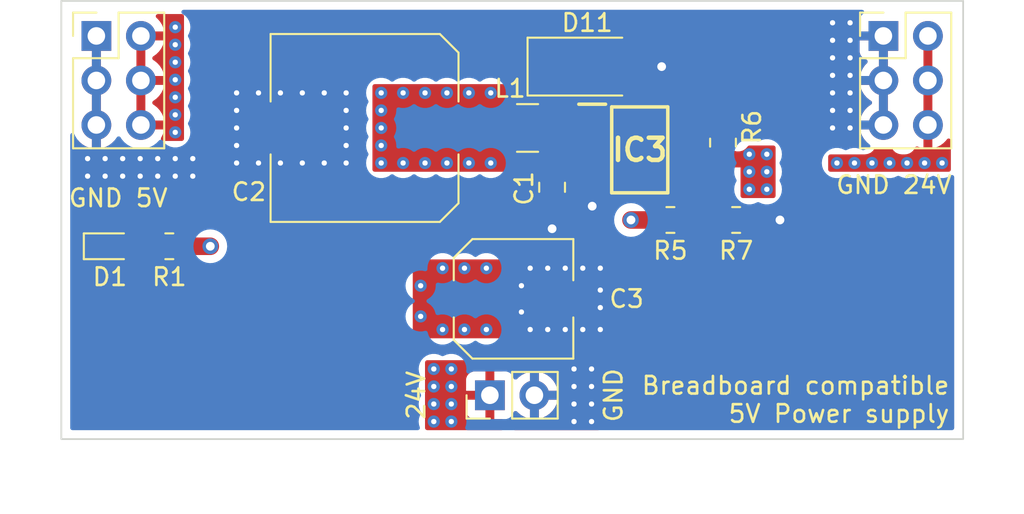
<source format=kicad_pcb>
(kicad_pcb (version 20211014) (generator pcbnew)
  (layers (0 "F.Cu" signal) (1 "In1.Cu" signal) (2 "In2.Cu" signal) (31 "B.Cu" signal) (34 "B.Paste" user) (35 "F.Paste" user) (36 "B.SilkS" user "B.Silkscreen") (37 "F.SilkS" user "F.Silkscreen") (38 "B.Mask" user) (39 "F.Mask" user) (44 "Edge.Cuts" user))
  (net 0 "")
  (net 1 "5V")
  (net 2 "GND")
  (net 3 "24V")
  (net 4 "Net-(C1-Pad1)")
  (net 5 "Net-(D1-Pad2)")
  (net 6 "/SWE")
  (net 7 "Net-(IC3-Pad1)")
  (net 8 "Net-(IC3-Pad5)")
  (footprint "LED_SMD:LED_0603_1608Metric" (layer "F.Cu") (at 60.77 132)
    (fp_text reference "D1" (at 0 1.75) (layer "F.SilkS"))
    (fp_text value "LED Blue")
    (fp_line (start -1.485 -0.735) (end -1.485 0.735) (layer "F.SilkS") (width 0.12))
    (fp_line (start -1.485 0.735) (end 0.8 0.735) (layer "F.SilkS") (width 0.12))
    (fp_line (start 0.8 -0.735) (end -1.485 -0.735) (layer "F.SilkS") (width 0.12))
    (pad "1" smd roundrect (at -0.7875 0) (size 0.875 0.95) (layers "F.Cu" "F.Paste" "F.Mask") (net 2 "GND"))
    (pad "2" smd roundrect (at 0.7875 0) (size 0.875 0.95) (layers "F.Cu" "F.Paste" "F.Mask") (net 5 "Net-(D1-Pad2)"))
  )
  (footprint "Capacitor_SMD:CP_Elec_10x10.5" (layer "F.Cu") (at 75.3 125.25 180)
    (fp_text reference "C2" (at 6.6 -3.65) (layer "F.SilkS"))
    (fp_text value "470uF")
    (fp_line (start 5.36 -5.36) (end 5.36 -1.51) (layer "F.SilkS") (width 0.12))
    (fp_line (start -5.36 4.295563) (end -4.295563 5.36) (layer "F.SilkS") (width 0.12))
    (fp_line (start -4.295563 5.36) (end 5.36 5.36) (layer "F.SilkS") (width 0.12))
    (fp_line (start -5.36 -4.295563) (end -4.295563 -5.36) (layer "F.SilkS") (width 0.12))
    (fp_line (start 5.36 5.36) (end 5.36 1.51) (layer "F.SilkS") (width 0.12))
    (fp_line (start -4.295563 -5.36) (end 5.36 -5.36) (layer "F.SilkS") (width 0.12))
    (fp_line (start -5.36 4.295563) (end -5.36 1.51) (layer "F.SilkS") (width 0.12))
    (fp_line (start -5.36 -4.295563) (end -5.36 -1.51) (layer "F.SilkS") (width 0.12))
    (pad "1" smd roundrect (at -4.2 0 180) (size 4.4 2.5) (layers "F.Cu" "F.Paste" "F.Mask") (roundrect_rratio 0.1) (net 1 "5V"))
    (pad "2" smd roundrect (at 4.2 0 180) (size 4.4 2.5) (layers "F.Cu" "F.Paste" "F.Mask") (roundrect_rratio 0.1) (net 2 "GND"))
  )
  (footprint "Connector_PinHeader_2.54mm:PinHeader_2x03_P2.54mm_Vertical" (layer "F.Cu") (at 60 120)
    (fp_text reference "J2" hide)
    (fp_text value "Conn_01x06_Male")
    (fp_line (start -1.33 1.27) (end 1.27 1.27) (layer "F.SilkS") (width 0.12))
    (fp_line (start -1.33 6.41) (end 3.87 6.41) (layer "F.SilkS") (width 0.12))
    (fp_line (start 1.27 1.27) (end 1.27 -1.33) (layer "F.SilkS") (width 0.12))
    (fp_line (start -1.33 1.27) (end -1.33 6.41) (layer "F.SilkS") (width 0.12))
    (fp_line (start 3.87 -1.33) (end 3.87 6.41) (layer "F.SilkS") (width 0.12))
    (fp_line (start -1.33 0) (end -1.33 -1.33) (layer "F.SilkS") (width 0.12))
    (fp_line (start -1.33 -1.33) (end 0 -1.33) (layer "F.SilkS") (width 0.12))
    (fp_line (start 1.27 -1.33) (end 3.87 -1.33) (layer "F.SilkS") (width 0.12))
    (pad "1" thru_hole rect (at 0 0) (size 1.7 1.7) (drill 1) (layers *.Cu *.Mask) (net 2 "GND"))
    (pad "2" thru_hole oval (at 2.54 0) (size 1.7 1.7) (drill 1) (layers *.Cu *.Mask) (net 1 "5V"))
    (pad "3" thru_hole oval (at 0 2.54) (size 1.7 1.7) (drill 1) (layers *.Cu *.Mask) (net 2 "GND"))
    (pad "4" thru_hole oval (at 2.54 2.54) (size 1.7 1.7) (drill 1) (layers *.Cu *.Mask) (net 1 "5V"))
    (pad "5" thru_hole oval (at 0 5.08) (size 1.7 1.7) (drill 1) (layers *.Cu *.Mask) (net 2 "GND"))
    (pad "6" thru_hole oval (at 2.54 5.08) (size 1.7 1.7) (drill 1) (layers *.Cu *.Mask) (net 1 "5V"))
  )
  (footprint "Connector_PinHeader_2.54mm:PinHeader_2x03_P2.54mm_Vertical" (layer "F.Cu") (at 104.9 120)
    (fp_text reference "J3" hide)
    (fp_text value "Conn_01x06_Male")
    (fp_line (start 1.27 -1.33) (end 3.87 -1.33) (layer "F.SilkS") (width 0.12))
    (fp_line (start -1.33 1.27) (end 1.27 1.27) (layer "F.SilkS") (width 0.12))
    (fp_line (start 1.27 1.27) (end 1.27 -1.33) (layer "F.SilkS") (width 0.12))
    (fp_line (start 3.87 -1.33) (end 3.87 6.41) (layer "F.SilkS") (width 0.12))
    (fp_line (start -1.33 0) (end -1.33 -1.33) (layer "F.SilkS") (width 0.12))
    (fp_line (start -1.33 1.27) (end -1.33 6.41) (layer "F.SilkS") (width 0.12))
    (fp_line (start -1.33 6.41) (end 3.87 6.41) (layer "F.SilkS") (width 0.12))
    (fp_line (start -1.33 -1.33) (end 0 -1.33) (layer "F.SilkS") (width 0.12))
    (pad "1" thru_hole rect (at 0 0) (size 1.7 1.7) (drill 1) (layers *.Cu *.Mask) (net 2 "GND"))
    (pad "2" thru_hole oval (at 2.54 0) (size 1.7 1.7) (drill 1) (layers *.Cu *.Mask) (net 3 "24V"))
    (pad "3" thru_hole oval (at 0 2.54) (size 1.7 1.7) (drill 1) (layers *.Cu *.Mask) (net 2 "GND"))
    (pad "4" thru_hole oval (at 2.54 2.54) (size 1.7 1.7) (drill 1) (layers *.Cu *.Mask) (net 3 "24V"))
    (pad "5" thru_hole oval (at 0 5.08) (size 1.7 1.7) (drill 1) (layers *.Cu *.Mask) (net 2 "GND"))
    (pad "6" thru_hole oval (at 2.54 5.08) (size 1.7 1.7) (drill 1) (layers *.Cu *.Mask) (net 3 "24V"))
  )
  (footprint "Connector_PinHeader_2.54mm:PinHeader_1x02_P2.54mm_Vertical" (layer "F.Cu") (at 82.45 140.5 90)
    (fp_text reference "J1" hide)
    (fp_text value "Conn_01x02_Male")
    (fp_line (start -1.33 -1.33) (end 0 -1.33) (layer "F.SilkS") (width 0.12))
    (fp_line (start -1.33 3.87) (end 1.33 3.87) (layer "F.SilkS") (width 0.12))
    (fp_line (start -1.33 1.27) (end -1.33 3.87) (layer "F.SilkS") (width 0.12))
    (fp_line (start -1.33 0) (end -1.33 -1.33) (layer "F.SilkS") (width 0.12))
    (fp_line (start -1.33 1.27) (end 1.33 1.27) (layer "F.SilkS") (width 0.12))
    (fp_line (start 1.33 1.27) (end 1.33 3.87) (layer "F.SilkS") (width 0.12))
    (pad "1" thru_hole rect (at 0 0 90) (size 1.7 1.7) (drill 1) (layers *.Cu *.Mask) (net 3 "24V"))
    (pad "2" thru_hole oval (at 0 2.54 90) (size 1.7 1.7) (drill 1) (layers *.Cu *.Mask) (net 2 "GND"))
  )
  (footprint "Resistor_SMD:R_0805_2012Metric" (layer "F.Cu") (at 95.75 126.0875 90)
    (fp_text reference "R6" (at 0.8875 1.65 270) (layer "F.SilkS"))
    (fp_text value "0.33")
    (fp_line (start -0.227064 -0.735) (end 0.227064 -0.735) (layer "F.SilkS") (width 0.12))
    (fp_line (start -0.227064 0.735) (end 0.227064 0.735) (layer "F.SilkS") (width 0.12))
    (pad "1" smd roundrect (at -0.9125 0 90) (size 1.025 1.4) (layers "F.Cu" "F.Paste" "F.Mask") (roundrect_rratio 0.243902439) (net 3 "24V"))
    (pad "2" smd roundrect (at 0.9125 0 90) (size 1.025 1.4) (layers "F.Cu" "F.Paste" "F.Mask") (roundrect_rratio 0.243902439) (net 7 "Net-(IC3-Pad1)"))
  )
  (footprint "Resistor_SMD:R_0805_2012Metric" (layer "F.Cu") (at 92.75 130.5 180)
    (fp_text reference "R5" (at 0 -1.75) (layer "F.SilkS"))
    (fp_text value "3.6k")
    (fp_line (start -0.227064 0.735) (end 0.227064 0.735) (layer "F.SilkS") (width 0.12))
    (fp_line (start -0.227064 -0.735) (end 0.227064 -0.735) (layer "F.SilkS") (width 0.12))
    (pad "1" smd roundrect (at -0.9125 0 180) (size 1.025 1.4) (layers "F.Cu" "F.Paste" "F.Mask") (roundrect_rratio 0.243902439) (net 8 "Net-(IC3-Pad5)"))
    (pad "2" smd roundrect (at 0.9125 0 180) (size 1.025 1.4) (layers "F.Cu" "F.Paste" "F.Mask") (roundrect_rratio 0.243902439) (net 1 "5V"))
  )
  (footprint "Capacitor_SMD:C_0805_2012Metric" (layer "F.Cu") (at 86 128.635 -90)
    (fp_text reference "C1" (at 0.065 1.6 -90) (layer "F.SilkS"))
    (fp_text value "470pF")
    (fp_line (start -0.261252 -0.735) (end 0.261252 -0.735) (layer "F.SilkS") (width 0.12))
    (fp_line (start -0.261252 0.735) (end 0.261252 0.735) (layer "F.SilkS") (width 0.12))
    (pad "1" smd roundrect (at -0.95 0 270) (size 1 1.45) (layers "F.Cu" "F.Paste" "F.Mask") (net 4 "Net-(C1-Pad1)"))
    (pad "2" smd roundrect (at 0.95 0 270) (size 1 1.45) (layers "F.Cu" "F.Paste" "F.Mask") (net 2 "GND"))
  )
  (footprint "Diode_SMD:D_SMA" (layer "F.Cu") (at 88 121.75)
    (fp_text reference "D11" (at 0 -2.5) (layer "F.SilkS"))
    (fp_text value "SS54")
    (fp_line (start -3.4 -1.65) (end 2 -1.65) (layer "F.SilkS") (width 0.12))
    (fp_line (start -3.4 -1.65) (end -3.4 1.65) (layer "F.SilkS") (width 0.12))
    (fp_line (start -3.4 1.65) (end 2 1.65) (layer "F.SilkS") (width 0.12))
    (pad "1" smd rect (at -2 0) (size 2.5 1.8) (layers "F.Cu" "F.Paste" "F.Mask") (net 6 "/SWE"))
    (pad "2" smd rect (at 2 0) (size 2.5 1.8) (layers "F.Cu" "F.Paste" "F.Mask") (net 2 "GND"))
  )
  (footprint "Capacitor_SMD:CP_Elec_6.3x7.7" (layer "F.Cu") (at 83.8 135)
    (fp_text reference "C3" (at 6.45 0) (layer "F.SilkS"))
    (fp_text value "100uF")
    (fp_line (start -2.345563 -3.41) (end 3.41 -3.41) (layer "F.SilkS") (width 0.12))
    (fp_line (start 3.41 -3.41) (end 3.41 -1.06) (layer "F.SilkS") (width 0.12))
    (fp_line (start -3.41 2.345563) (end -2.345563 3.41) (layer "F.SilkS") (width 0.12))
    (fp_line (start -3.41 -2.345563) (end -2.345563 -3.41) (layer "F.SilkS") (width 0.12))
    (fp_line (start 3.41 3.41) (end 3.41 1.06) (layer "F.SilkS") (width 0.12))
    (fp_line (start -3.41 2.345563) (end -3.41 1.06) (layer "F.SilkS") (width 0.12))
    (fp_line (start -2.345563 3.41) (end 3.41 3.41) (layer "F.SilkS") (width 0.12))
    (fp_line (start -3.41 -2.345563) (end -3.41 -1.06) (layer "F.SilkS") (width 0.12))
    (pad "1" smd roundrect (at -2.7 0) (size 3.5 1.6) (layers "F.Cu" "F.Paste" "F.Mask") (roundrect_rratio 0.15625) (net 3 "24V"))
    (pad "2" smd roundrect (at 2.7 0) (size 3.5 1.6) (layers "F.Cu" "F.Paste" "F.Mask") (roundrect_rratio 0.15625) (net 2 "GND"))
  )
  (footprint "SamacSys_Parts:SOIC127P600X175-8N" (layer "F.Cu") (at 91 126.5)
    (fp_text reference "IC3" (at 0 0) (layer "F.SilkS") (effects (font (size 1.27 1.27) (thickness 0.254))))
    (fp_text value "MC34063ADR2G" hide)
    (fp_line (start -1.6 -2.45) (end 1.6 -2.45) (layer "F.SilkS") (width 0.2))
    (fp_line (start -3.475 -2.605) (end -1.95 -2.605) (layer "F.SilkS") (width 0.2))
    (fp_line (start 1.6 -2.45) (end 1.6 2.45) (layer "F.SilkS") (width 0.2))
    (fp_line (start 1.6 2.45) (end -1.6 2.45) (layer "F.SilkS") (width 0.2))
    (fp_line (start -1.6 2.45) (end -1.6 -2.45) (layer "F.SilkS") (width 0.2))
    (pad "1" smd rect locked (at -2.712 -1.905 90) (size 0.7 1.525) (layers "F.Cu" "F.Paste" "F.Mask") (net 7 "Net-(IC3-Pad1)"))
    (pad "2" smd rect locked (at -2.712 -0.635 90) (size 0.7 1.525) (layers "F.Cu" "F.Paste" "F.Mask") (net 6 "/SWE"))
    (pad "3" smd rect locked (at -2.712 0.635 90) (size 0.7 1.525) (layers "F.Cu" "F.Paste" "F.Mask") (net 4 "Net-(C1-Pad1)"))
    (pad "4" smd rect locked (at -2.712 1.905 90) (size 0.7 1.525) (layers "F.Cu" "F.Paste" "F.Mask") (net 2 "GND"))
    (pad "5" smd rect locked (at 2.712 1.905 90) (size 0.7 1.525) (layers "F.Cu" "F.Paste" "F.Mask") (net 8 "Net-(IC3-Pad5)"))
    (pad "6" smd rect locked (at 2.712 0.635 90) (size 0.7 1.525) (layers "F.Cu" "F.Paste" "F.Mask") (net 3 "24V"))
    (pad "7" smd rect locked (at 2.712 -0.635 90) (size 0.7 1.525) (layers "F.Cu" "F.Paste" "F.Mask") (net 7 "Net-(IC3-Pad1)"))
    (pad "8" smd rect locked (at 2.712 -1.905 90) (size 0.7 1.525) (layers "F.Cu" "F.Paste" "F.Mask") (net 7 "Net-(IC3-Pad1)"))
  )
  (footprint "Resistor_SMD:R_0805_2012Metric" (layer "F.Cu") (at 64.1625 132)
    (fp_text reference "R1" (at 0 1.75) (layer "F.SilkS"))
    (fp_text value "1.2k")
    (fp_line (start -0.227064 0.735) (end 0.227064 0.735) (layer "F.SilkS") (width 0.12))
    (fp_line (start -0.227064 -0.735) (end 0.227064 -0.735) (layer "F.SilkS") (width 0.12))
    (pad "1" smd roundrect (at -0.9125 0) (size 1.025 1.4) (layers "F.Cu" "F.Paste" "F.Mask") (roundrect_rratio 0.243902) (net 5 "Net-(D1-Pad2)"))
    (pad "2" smd roundrect (at 0.9125 0) (size 1.025 1.4) (layers "F.Cu" "F.Paste" "F.Mask") (roundrect_rratio 0.243902) (net 1 "5V"))
  )
  (footprint "Inductor_SMD:L_1210_3225Metric" (layer "F.Cu") (at 84.6 125.25)
    (fp_text reference "L1" (at -1 -2.25) (layer "F.SilkS"))
    (fp_text value "220uH")
    (fp_line (start -0.602064 -1.36) (end 0.602064 -1.36) (layer "F.SilkS") (width 0.12))
    (fp_line (start -0.602064 1.36) (end 0.602064 1.36) (layer "F.SilkS") (width 0.12))
    (pad "1" smd roundrect (at -1.4 0) (size 1.25 2.65) (layers "F.Cu" "F.Paste" "F.Mask") (roundrect_rratio 0.2) (net 1 "5V"))
    (pad "2" smd roundrect (at 1.4 0) (size 1.25 2.65) (layers "F.Cu" "F.Paste" "F.Mask") (roundrect_rratio 0.2) (net 6 "/SWE"))
  )
  (footprint "Resistor_SMD:R_0805_2012Metric" (layer "F.Cu") (at 96.5 130.5 180)
    (fp_text reference "R7" (at 0 -1.75) (layer "F.SilkS"))
    (fp_text value "1.2k")
    (fp_line (start -0.227064 0.735) (end 0.227064 0.735) (layer "F.SilkS") (width 0.12))
    (fp_line (start -0.227064 -0.735) (end 0.227064 -0.735) (layer "F.SilkS") (width 0.12))
    (pad "1" smd roundrect (at -0.9125 0 180) (size 1.025 1.4) (layers "F.Cu" "F.Paste" "F.Mask") (roundrect_rratio 0.243902439) (net 2 "GND"))
    (pad "2" smd roundrect (at 0.9125 0 180) (size 1.025 1.4) (layers "F.Cu" "F.Paste" "F.Mask") (roundrect_rratio 0.243902439) (net 8 "Net-(IC3-Pad5)"))
  )
  (gr_rect (start 58 118) (end 109.45 143) (layer "Edge.Cuts") (width 0.1) (fill none))
  (gr_text "24V" (at 78.25 140.5 90) (layer "F.SilkS") (effects (font (size 1 1))))
  (gr_text "GND 24V" (at 105.5 128.5) (layer "F.SilkS") (effects (font (size 1 1))))
  (gr_text "Breadboard compatible\n5V Power supply" (at 108.75 140.75) (layer "F.SilkS") (effects (font (size 1 1)) (justify right)))
  (gr_text "GND 5V" (at 61.25 129.25) (layer "F.SilkS") (effects (font (size 1 1))))
  (gr_text "GND" (at 89.5 140.5 90) (layer "F.SilkS") (effects (font (size 1 1))))
  (segment (start 91.8375 130.5) (end 90.5 130.5) (width 1) (layer "F.Cu") (net 1))
  (segment (start 65.075 132) (end 66.5 132) (width 1) (layer "F.Cu") (net 1))
  (via (at 76.25 127.25) (size 0.7) (drill 0.3) (layers "F.Cu" "B.Cu") (net 1))
  (via (at 64.5 124.5) (size 0.7) (drill 0.3) (layers "F.Cu" "B.Cu") (net 1))
  (via (at 82.5 123.25) (size 0.7) (drill 0.3) (layers "F.Cu" "B.Cu") (net 1))
  (via (at 77.5 123.25) (size 0.7) (drill 0.3) (layers "F.Cu" "B.Cu") (net 1))
  (via (at 76.25 126.25) (size 0.7) (drill 0.3) (layers "F.Cu" "B.Cu") (net 1))
  (via (at 64.5 119.5) (size 0.7) (drill 0.3) (layers "F.Cu" "B.Cu") (net 1))
  (via (at 64.5 123.5) (size 0.7) (drill 0.3) (layers "F.Cu" "B.Cu") (net 1))
  (via (at 81.25 123.25) (size 0.7) (drill 0.3) (layers "F.Cu" "B.Cu") (net 1))
  (via (at 78.75 127.25) (size 0.7) (drill 0.3) (layers "F.Cu" "B.Cu") (net 1))
  (via (at 81.25 127.25) (size 0.7) (drill 0.3) (layers "F.Cu" "B.Cu") (net 1))
  (via (at 78.75 123.25) (size 0.7) (drill 0.3) (layers "F.Cu" "B.Cu") (net 1))
  (via (at 64.5 120.5) (size 0.7) (drill 0.3) (layers "F.Cu" "B.Cu") (net 1))
  (via (at 66.5 132) (size 0.9) (drill 0.5) (layers "F.Cu" "B.Cu") (net 1))
  (via (at 76.25 124.25) (size 0.7) (drill 0.3) (layers "F.Cu" "B.Cu") (net 1))
  (via (at 82.5 127.25) (size 0.7) (drill 0.3) (layers "F.Cu" "B.Cu") (net 1))
  (via (at 64.5 122.5) (size 0.7) (drill 0.3) (layers "F.Cu" "B.Cu") (net 1))
  (via (at 80 123.25) (size 0.7) (drill 0.3) (layers "F.Cu" "B.Cu") (net 1))
  (via (at 64.5 125.5) (size 0.7) (drill 0.3) (layers "F.Cu" "B.Cu") (net 1))
  (via (at 76.25 125.25) (size 0.7) (drill 0.3) (layers "F.Cu" "B.Cu") (net 1))
  (via (at 64.5 121.5) (size 0.7) (drill 0.3) (layers "F.Cu" "B.Cu") (net 1))
  (via (at 80 127.25) (size 0.7) (drill 0.3) (layers "F.Cu" "B.Cu") (net 1))
  (via (at 77.5 127.25) (size 0.7) (drill 0.3) (layers "F.Cu" "B.Cu") (net 1))
  (via (at 76.25 123.25) (size 0.7) (drill 0.3) (layers "F.Cu" "B.Cu") (net 1))
  (via (at 90.5 130.5) (size 0.9) (drill 0.5) (layers "F.Cu" "B.Cu") (net 1))
  (segment (start 86 129.585) (end 86 131) (width 1) (layer "F.Cu") (net 2))
  (segment (start 88.288 128.405) (end 88.288 129.712) (width 1) (layer "F.Cu") (net 2))
  (segment (start 90 121.75) (end 92.25 121.75) (width 1) (layer "F.Cu") (net 2))
  (segment (start 97.4125 130.5) (end 99 130.5) (width 1) (layer "F.Cu") (net 2))
  (via (at 74.25 123.25) (size 0.7) (drill 0.3) (layers "F.Cu" "B.Cu") (net 2))
  (via (at 87.25 142) (size 0.7) (drill 0.3) (layers "F.Cu" "B.Cu") (net 2))
  (via (at 102 119.25) (size 0.7) (drill 0.3) (layers "F.Cu" "B.Cu") (net 2))
  (via (at 103 119.25) (size 0.7) (drill 0.3) (layers "F.Cu" "B.Cu") (net 2))
  (via (at 103 124.25) (size 0.7) (drill 0.3) (layers "F.Cu" "B.Cu") (net 2))
  (via (at 71.75 123.25) (size 0.7) (drill 0.3) (layers "F.Cu" "B.Cu") (net 2))
  (via (at 60.5 128) (size 0.7) (drill 0.3) (layers "F.Cu" "B.Cu") (net 2))
  (via (at 88.75 134.5) (size 0.7) (drill 0.3) (layers "F.Cu" "B.Cu") (net 2))
  (via (at 61.5 128) (size 0.7) (drill 0.3) (layers "F.Cu" "B.Cu") (net 2))
  (via (at 88.25 139) (size 0.7) (drill 0.3) (layers "F.Cu" "B.Cu") (net 2))
  (via (at 102 124.25) (size 0.7) (drill 0.3) (layers "F.Cu" "B.Cu") (net 2))
  (via (at 59.5 128) (size 0.7) (drill 0.3) (layers "F.Cu" "B.Cu") (net 2))
  (via (at 102 122.25) (size 0.7) (drill 0.3) (layers "F.Cu" "B.Cu") (net 2))
  (via (at 68 123.25) (size 0.7) (drill 0.3) (layers "F.Cu" "B.Cu") (net 2))
  (via (at 62.5 128) (size 0.7) (drill 0.3) (layers "F.Cu" "B.Cu") (net 2))
  (via (at 74.25 125.25) (size 0.7) (drill 0.3) (layers "F.Cu" "B.Cu") (net 2))
  (via (at 103 122.25) (size 0.7) (drill 0.3) (layers "F.Cu" "B.Cu") (net 2))
  (via (at 88.25 141) (size 0.7) (drill 0.3) (layers "F.Cu" "B.Cu") (net 2))
  (via (at 63.5 127) (size 0.7) (drill 0.3) (layers "F.Cu" "B.Cu") (net 2))
  (via (at 102 121.25) (size 0.7) (drill 0.3) (layers "F.Cu" "B.Cu") (net 2))
  (via (at 60.5 127) (size 0.7) (drill 0.3) (layers "F.Cu" "B.Cu") (net 2))
  (via (at 88.25 142) (size 0.7) (drill 0.3) (layers "F.Cu" "B.Cu") (net 2))
  (via (at 86.75 136.75) (size 0.7) (drill 0.3) (layers "F.Cu" "B.Cu") (net 2))
  (via (at 87.75 136.75) (size 0.7) (drill 0.3) (layers "F.Cu" "B.Cu") (net 2))
  (via (at 71.75 127.25) (size 0.7) (drill 0.3) (layers "F.Cu" "B.Cu") (net 2))
  (via (at 88.75 135.5) (size 0.7) (drill 0.3) (layers "F.Cu" "B.Cu") (net 2))
  (via (at 102 125.25) (size 0.7) (drill 0.3) (layers "F.Cu" "B.Cu") (net 2))
  (via (at 84.25 135.75) (size 0.7) (drill 0.3) (layers "F.Cu" "B.Cu") (net 2))
  (via (at 63.5 128) (size 0.7) (drill 0.3) (layers "F.Cu" "B.Cu") (net 2))
  (via (at 74.25 127.25) (size 0.7) (drill 0.3) (layers "F.Cu" "B.Cu") (net 2))
  (via (at 68 127.25) (size 0.7) (drill 0.3) (layers "F.Cu" "B.Cu") (net 2))
  (via (at 73 127.25) (size 0.7) (drill 0.3) (layers "F.Cu" "B.Cu") (net 2))
  (via (at 84.75 133.25) (size 0.7) (drill 0.3) (layers "F.Cu" "B.Cu") (net 2))
  (via (at 88.288 129.712) (size 0.9) (drill 0.5) (layers "F.Cu" "B.Cu") (net 2))
  (via (at 85.75 133.25) (size 0.7) (drill 0.3) (layers "F.Cu" "B.Cu") (net 2))
  (via (at 88.25 140) (size 0.7) (drill 0.3) (layers "F.Cu" "B.Cu") (net 2))
  (via (at 88.75 133.25) (size 0.7) (drill 0.3) (layers "F.Cu" "B.Cu") (net 2))
  (via (at 68 124.25) (size 0.7) (drill 0.3) (layers "F.Cu" "B.Cu") (net 2))
  (via (at 84.75 136.75) (size 0.7) (drill 0.3) (layers "F.Cu" "B.Cu") (net 2))
  (via (at 87.25 141) (size 0.7) (drill 0.3) (layers "F.Cu" "B.Cu") (net 2))
  (via (at 65.5 127) (size 0.7) (drill 0.3) (layers "F.Cu" "B.Cu") (net 2))
  (via (at 70.5 127.25) (size 0.7) (drill 0.3) (layers "F.Cu" "B.Cu") (net 2))
  (via (at 61.5 127) (size 0.7) (drill 0.3) (layers "F.Cu" "B.Cu") (net 2))
  (via (at 68 125.25) (size 0.7) (drill 0.3) (layers "F.Cu" "B.Cu") (net 2))
  (via (at 64.5 127) (size 0.7) (drill 0.3) (layers "F.Cu" "B.Cu") (net 2))
  (via (at 88.75 136.75) (size 0.7) (drill 0.3) (layers "F.Cu" "B.Cu") (net 2))
  (via (at 68 126.25) (size 0.7) (drill 0.3) (layers "F.Cu" "B.Cu") (net 2))
  (via (at 102 120.25) (size 0.7) (drill 0.3) (layers "F.Cu" "B.Cu") (net 2))
  (via (at 102 123.25) (size 0.7) (drill 0.3) (layers "F.Cu" "B.Cu") (net 2))
  (via (at 86 131) (size 0.9) (drill 0.5) (layers "F.Cu" "B.Cu") (net 2))
  (via (at 73 123.25) (size 0.7) (drill 0.3) (layers "F.Cu" "B.Cu") (net 2))
  (via (at 59.5 127) (size 0.7) (drill 0.3) (layers "F.Cu" "B.Cu") (net 2))
  (via (at 103 120.25) (size 0.7) (drill 0.3) (layers "F.Cu" "B.Cu") (net 2))
  (via (at 103 121.25) (size 0.7) (drill 0.3) (layers "F.Cu" "B.Cu") (net 2))
  (via (at 99 130.5) (size 0.9) (drill 0.5) (layers "F.Cu" "B.Cu") (net 2))
  (via (at 69.25 127.25) (size 0.7) (drill 0.3) (layers "F.Cu" "B.Cu") (net 2))
  (via (at 69.25 123.25) (size 0.7) (drill 0.3) (layers "F.Cu" "B.Cu") (net 2))
  (via (at 62.5 127) (size 0.7) (drill 0.3) (layers "F.Cu" "B.Cu") (net 2))
  (via (at 87.25 140) (size 0.7) (drill 0.3) (layers "F.Cu" "B.Cu") (net 2))
  (via (at 85.75 136.75) (size 0.7) (drill 0.3) (layers "F.Cu" "B.Cu") (net 2))
  (via (at 74.25 126.25) (size 0.7) (drill 0.3) (layers "F.Cu" "B.Cu") (net 2))
  (via (at 103 123.25) (size 0.7) (drill 0.3) (layers "F.Cu" "B.Cu") (net 2))
  (via (at 64.5 128) (size 0.7) (drill 0.3) (layers "F.Cu" "B.Cu") (net 2))
  (via (at 92.25 121.75) (size 0.9) (drill 0.5) (layers "F.Cu" "B.Cu") (net 2))
  (via (at 86.75 133.25) (size 0.7) (drill 0.3) (layers "F.Cu" "B.Cu") (net 2))
  (via (at 87.75 133.25) (size 0.7) (drill 0.3) (layers "F.Cu" "B.Cu") (net 2))
  (via (at 65.5 128) (size 0.7) (drill 0.3) (layers "F.Cu" "B.Cu") (net 2))
  (via (at 103 125.25) (size 0.7) (drill 0.3) (layers "F.Cu" "B.Cu") (net 2))
  (via (at 70.5 123.25) (size 0.7) (drill 0.3) (layers "F.Cu" "B.Cu") (net 2))
  (via (at 84.25 134.25) (size 0.7) (drill 0.3) (layers "F.Cu" "B.Cu") (net 2))
  (via (at 74.25 124.25) (size 0.7) (drill 0.3) (layers "F.Cu" "B.Cu") (net 2))
  (via (at 87.25 139) (size 0.7) (drill 0.3) (layers "F.Cu" "B.Cu") (net 2))
  (via (at 78.5 136) (size 0.7) (drill 0.3) (layers "F.Cu" "B.Cu") (net 3))
  (via (at 82.25 136.75) (size 0.7) (drill 0.3) (layers "F.Cu" "B.Cu") (net 3))
  (via (at 80.25 142) (size 0.7) (drill 0.3) (layers "F.Cu" "B.Cu") (net 3))
  (via (at 105.25 127.25) (size 0.7) (drill 0.3) (layers "F.Cu" "B.Cu") (net 3))
  (via (at 81 136.75) (size 0.7) (drill 0.3) (layers "F.Cu" "B.Cu") (net 3))
  (via (at 82.25 133.25) (size 0.7) (drill 0.3) (layers "F.Cu" "B.Cu") (net 3))
  (via (at 80.25 139) (size 0.7) (drill 0.3) (layers "F.Cu" "B.Cu") (net 3))
  (via (at 81 133.25) (size 0.7) (drill 0.3) (layers "F.Cu" "B.Cu") (net 3))
  (via (at 107.25 127.25) (size 0.7) (drill 0.3) (layers "F.Cu" "B.Cu") (net 3))
  (via (at 78.5 134.25) (size 0.7) (drill 0.3) (layers "F.Cu" "B.Cu") (net 3))
  (via (at 79.25 141) (size 0.7) (drill 0.3) (layers "F.Cu" "B.Cu") (net 3))
  (via (at 108.25 127.25) (size 0.7) (drill 0.3) (layers "F.Cu" "B.Cu") (net 3))
  (via (at 79.25 140) (size 0.7) (drill 0.3) (layers "F.Cu" "B.Cu") (net 3))
  (via (at 104.25 127.25) (size 0.7) (drill 0.3) (layers "F.Cu" "B.Cu") (net 3))
  (via (at 102.25 127.25) (size 0.7) (drill 0.3) (layers "F.Cu" "B.Cu") (net 3))
  (via (at 79.25 139) (size 0.7) (drill 0.3) (layers "F.Cu" "B.Cu") (net 3))
  (via (at 79.75 133.25) (size 0.7) (drill 0.3) (layers "F.Cu" "B.Cu") (net 3))
  (via (at 80.25 140) (size 0.7) (drill 0.3) (layers "F.Cu" "B.Cu") (net 3))
  (via (at 80.25 141) (size 0.7) (drill 0.3) (layers "F.Cu" "B.Cu") (net 3))
  (via (at 79.25 142) (size 0.7) (drill 0.3) (layers "F.Cu" "B.Cu") (net 3))
  (via (at 98.25 126.75) (size 0.7) (drill 0.3) (layers "F.Cu" "B.Cu") (net 3))
  (via (at 98.25 128.75) (size 0.7) (drill 0.3) (layers "F.Cu" "B.Cu") (net 3))
  (via (at 106.25 127.25) (size 0.7) (drill 0.3) (layers "F.Cu" "B.Cu") (net 3))
  (via (at 103.25 127.25) (size 0.7) (drill 0.3) (layers "F.Cu" "B.Cu") (net 3))
  (via (at 97.25 126.75) (size 0.7) (drill 0.3) (layers "F.Cu" "B.Cu") (net 3))
  (via (at 79.75 136.75) (size 0.7) (drill 0.3) (layers "F.Cu" "B.Cu") (net 3))
  (via (at 98.25 127.75) (size 0.7) (drill 0.3) (layers "F.Cu" "B.Cu") (net 3))
  (via (at 97.25 128.75) (size 0.7) (drill 0.3) (layers "F.Cu" "B.Cu") (net 3))
  (via (at 97.25 127.75) (size 0.7) (drill 0.3) (layers "F.Cu" "B.Cu") (net 3))
  (segment (start 86 127.685) (end 87.065 127.685) (width 0.5) (layer "F.Cu") (net 4))
  (segment (start 87.615 127.135) (end 88.288 127.135) (width 0.5) (layer "F.Cu") (net 4))
  (segment (start 87.065 127.685) (end 87.615 127.135) (width 0.5) (layer "F.Cu") (net 4))
  (segment (start 61.5575 132) (end 63.25 132) (width 1) (layer "F.Cu") (net 5))
  (segment (start 93.6625 130.5) (end 95.5875 130.5) (width 1) (layer "F.Cu") (net 8))
  (segment (start 93.6625 130.5) (end 93.6625 128.4545) (width 1) (layer "F.Cu") (net 8))
  (segment (start 93.6625 128.4545) (end 93.712 128.405) (width 1) (layer "F.Cu") (net 8))
  (zone (net 3) (net_name "24V") (layer "F.Cu") (priority 1) (connect_pads thru_hole_only (clearance 0.508)) (min_thickness 0.254) (fill yes (thermal_gap 0.508) (thermal_bridge_width 0.508))
    (polygon (pts (xy 83.5 142.5) (xy 78.75 142.5) (xy 78.75 138.5) (xy 83.5 138.5)))
  )
  (zone (net 2) (net_name "GND") (layer "F.Cu") (priority 2) (connect_pads thru_hole_only (clearance 0.508)) (min_thickness 0.254) (fill yes (thermal_gap 0.508) (thermal_bridge_width 0.508))
    (polygon (pts (xy 88.75 142.5) (xy 83.75 142.5) (xy 83.75 138.5) (xy 88.75 138.5)))
  )
  (zone (net 2) (net_name "GND") (layer "F.Cu") (priority 2) (connect_pads thru_hole_only (clearance 0.508)) (min_thickness 0.254) (fill yes (thermal_gap 0.508) (thermal_bridge_width 0.508))
    (polygon (pts (xy 89.3 137.25) (xy 83.8 137.25) (xy 83.8 132.75) (xy 89.3 132.75)))
  )
  (zone (net 2) (net_name "GND") (layer "F.Cu") (priority 2) (connect_pads thru_hole_only (clearance 0.508)) (min_thickness 0.254) (fill yes (thermal_gap 0.508) (thermal_bridge_width 0.508))
    (polygon (pts (xy 106.25 126.25) (xy 101.5 126.25) (xy 101.5 118.75) (xy 106.25 118.75)))
  )
  (zone (net 1) (net_name "5V") (layer "F.Cu") (priority 1) (connect_pads thru_hole_only (clearance 0.508)) (min_thickness 0.254) (fill yes (thermal_gap 0.508) (thermal_bridge_width 0.508))
    (polygon (pts (xy 65 126.5) (xy 61.25 126.5) (xy 61.25 118.75) (xy 65 118.75)))
  )
  (zone (net 7) (net_name "Net-(IC3-Pad1)") (layer "F.Cu") (priority 2) (connect_pads thru_hole_only (clearance 0.508)) (min_thickness 0.254) (fill yes (thermal_gap 0.508) (thermal_bridge_width 0.508))
    (polygon (pts (xy 96.75 126.25) (xy 92.5 126.25) (xy 92.5 125.25) (xy 87.25 125.25) (xy 87.25 123.75) (xy 96.75 123.75)))
  )
  (zone (net 3) (net_name "24V") (layer "F.Cu") (priority 1) (connect_pads thru_hole_only (clearance 0.508)) (min_thickness 0.254) (fill yes (thermal_gap 0.508) (thermal_bridge_width 0.508))
    (polygon (pts (xy 83.8 137.25) (xy 78.05 137.25) (xy 78.05 132.75) (xy 83.8 132.75)))
  )
  (zone (net 2) (net_name "GND") (layer "F.Cu") (priority 2) (connect_pads thru_hole_only (clearance 0.508)) (min_thickness 0.254) (fill yes (thermal_gap 0.508) (thermal_bridge_width 0.508))
    (polygon (pts (xy 74.75 127.75) (xy 67.5 127.75) (xy 67.5 122.75) (xy 74.75 122.75)))
  )
  (zone (net 3) (net_name "24V") (layer "F.Cu") (priority 1) (connect_pads thru_hole_only (clearance 0.508)) (min_thickness 0.254) (fill yes (thermal_gap 0.508) (thermal_bridge_width 0.508))
    (polygon (pts (xy 98.75 129.25) (xy 96.75 129.25) (xy 96.75 127.5) (xy 92.5 127.5) (xy 92.5 126.25) (xy 98.75 126.25)))
  )
  (zone (net 1) (net_name "5V") (layer "F.Cu") (connect_pads thru_hole_only (clearance 0.508)) (min_thickness 0.254) (fill yes (thermal_gap 0.508) (thermal_bridge_width 0.508))
    (polygon (pts (xy 84 127.75) (xy 75.75 127.75) (xy 75.75 122.75) (xy 84 122.75)))
  )
  (zone (net 6) (net_name "/SWE") (layer "F.Cu") (priority 1) (connect_pads thru_hole_only (clearance 0.508)) (min_thickness 0.254) (fill yes (thermal_gap 0.508) (thermal_bridge_width 0.508))
    (polygon (pts (xy 87.25 125.25) (xy 89.5 125.25) (xy 89.5 126.75) (xy 84.5 126.75) (xy 84.5 120.5) (xy 87.25 120.5)))
  )
  (zone (net 3) (net_name "24V") (layer "F.Cu") (priority 1) (connect_pads thru_hole_only (clearance 0.508)) (min_thickness 0.254) (fill yes (thermal_gap 0.508) (thermal_bridge_width 0.508))
    (polygon (pts (xy 108.75 127.75) (xy 101.75 127.75) (xy 101.75 126.25) (xy 106.25 126.25) (xy 106.25 118.75) (xy 108.75 118.75)))
  )
  (zone (net 2) (net_name "GND") (layer "F.Cu") (priority 2) (connect_pads thru_hole_only (clearance 0.508)) (min_thickness 0.254) (fill yes (thermal_gap 0.508) (thermal_bridge_width 0.508))
    (polygon (pts (xy 61.25 126.5) (xy 66 126.5) (xy 66 128.5) (xy 60.75 128.5) (xy 60.75 132.75) (xy 58.75 132.75) (xy 58.75 118.75) (xy 61.25 118.75)))
  )
  (zone (net 2) (net_name "GND") (layer "B.Cu") (priority 1) (connect_pads thru_hole_only (clearance 0.508)) (min_thickness 0.254) (fill yes (thermal_gap 0.508) (thermal_bridge_width 0.508))
    (polygon (pts (xy 109.5 143) (xy 58 143) (xy 58 118) (xy 109.5 118)))
  )
)
</source>
